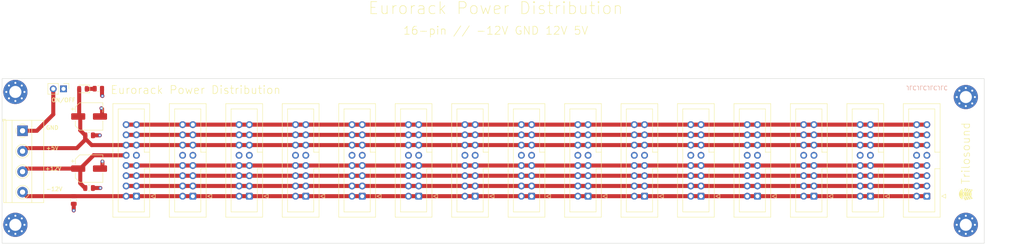
<source format=kicad_pcb>
(kicad_pcb (version 20211014) (generator pcbnew)
  (layers (0 "F.Cu" signal) (31 "B.Cu" signal) (34 "B.Paste" user) (35 "F.Paste" user) (36 "B.SilkS" user "B.Silkscreen") (37 "F.SilkS" user "F.Silkscreen") (38 "B.Mask" user) (39 "F.Mask" user) (44 "Edge.Cuts" user))
  (net 0 "")
  (net 1 "+12V")
  (net 2 "GND")
  (net 3 "+5V")
  (net 4 "-12V")
  (net 5 "Net-(D1-Pad1)")
  (net 6 "CV")
  (net 7 "GATE")
  (net 8 "Net-(J13-Pad1)")
  (footprint "MountingHole:MountingHole_3mm_Pad_Via" (layer "F.Cu") (at 264.16 57.404)
    (fp_text reference "REF**" hide)
    (fp_text value "MountingHole_3mm_Pad_Via" hide)
    (pad "1" thru_hole circle locked (at 1.59099 1.59099) (size 0.8 0.8) (drill 0.5) (layers *.Cu *.Mask))
    (pad "1" thru_hole circle locked (at 0 0) (size 6 6) (drill 3) (layers *.Cu *.Mask))
    (pad "1" thru_hole circle locked (at 0 2.25) (size 0.8 0.8) (drill 0.5) (layers *.Cu *.Mask))
    (pad "1" thru_hole circle locked (at -1.59099 1.59099) (size 0.8 0.8) (drill 0.5) (layers *.Cu *.Mask))
    (pad "1" thru_hole circle locked (at 2.25 0) (size 0.8 0.8) (drill 0.5) (layers *.Cu *.Mask))
    (pad "1" thru_hole circle locked (at 1.59099 -1.59099) (size 0.8 0.8) (drill 0.5) (layers *.Cu *.Mask))
    (pad "1" thru_hole circle locked (at -2.25 0) (size 0.8 0.8) (drill 0.5) (layers *.Cu *.Mask))
    (pad "1" thru_hole circle locked (at -1.59099 -1.59099) (size 0.8 0.8) (drill 0.5) (layers *.Cu *.Mask))
    (pad "1" thru_hole circle locked (at 0 -2.25) (size 0.8 0.8) (drill 0.5) (layers *.Cu *.Mask))
  )
  (footprint "Connector_IDC:IDC-Header_2x08_P2.54mm_Vertical" (layer "F.Cu") (at 114.473856 82.042 180)
    (fp_text reference "J1" hide)
    (fp_text value "Conn_02x20_Odd_Even" hide)
    (pad "1" thru_hole roundrect locked (at 0 0 180) (size 1.7 1.7) (drill 1) (layers *.Cu *.Mask) (roundrect_rratio 0.1470588235) (net 4 "-12V"))
    (pad "2" thru_hole circle locked (at 2.54 0 180) (size 1.7 1.7) (drill 1) (layers *.Cu *.Mask) (net 4 "-12V"))
    (pad "3" thru_hole circle locked (at 0 2.54 180) (size 1.7 1.7) (drill 1) (layers *.Cu *.Mask) (net 2 "GND"))
    (pad "4" thru_hole circle locked (at 2.54 2.54 180) (size 1.7 1.7) (drill 1) (layers *.Cu *.Mask) (net 2 "GND"))
    (pad "5" thru_hole circle locked (at 0 5.08 180) (size 1.7 1.7) (drill 1) (layers *.Cu *.Mask) (net 2 "GND"))
    (pad "6" thru_hole circle locked (at 2.54 5.08 180) (size 1.7 1.7) (drill 1) (layers *.Cu *.Mask) (net 2 "GND"))
    (pad "7" thru_hole circle locked (at 0 7.62 180) (size 1.7 1.7) (drill 1) (layers *.Cu *.Mask) (net 2 "GND"))
    (pad "8" thru_hole circle locked (at 2.54 7.62 180) (size 1.7 1.7) (drill 1) (layers *.Cu *.Mask) (net 2 "GND"))
    (pad "9" thru_hole circle locked (at 0 10.16 180) (size 1.7 1.7) (drill 1) (layers *.Cu *.Mask) (net 1 "+12V"))
    (pad "10" thru_hole circle locked (at 2.54 10.16 180) (size 1.7 1.7) (drill 1) (layers *.Cu *.Mask) (net 1 "+12V"))
    (pad "11" thru_hole circle locked (at 0 12.7 180) (size 1.7 1.7) (drill 1) (layers *.Cu *.Mask) (net 3 "+5V"))
    (pad "12" thru_hole circle locked (at 2.54 12.7 180) (size 1.7 1.7) (drill 1) (layers *.Cu *.Mask) (net 3 "+5V"))
    (pad "13" thru_hole circle locked (at 0 15.24 180) (size 1.7 1.7) (drill 1) (layers *.Cu *.Mask) (net 6 "CV"))
    (pad "14" thru_hole circle locked (at 2.54 15.24 180) (size 1.7 1.7) (drill 1) (layers *.Cu *.Mask) (net 6 "CV"))
    (pad "15" thru_hole circle locked (at 0 17.78 180) (size 1.7 1.7) (drill 1) (layers *.Cu *.Mask) (net 7 "GATE"))
    (pad "16" thru_hole circle locked (at 2.54 17.78 180) (size 1.7 1.7) (drill 1) (layers *.Cu *.Mask) (net 7 "GATE"))
  )
  (footprint "Connector_IDC:IDC-Header_2x08_P2.54mm_Vertical" (layer "F.Cu") (at 240.496032 82.042 180)
    (fp_text reference "J5" hide)
    (fp_text value "Conn_02x20_Odd_Even" hide)
    (pad "1" thru_hole roundrect locked (at 0 0 180) (size 1.7 1.7) (drill 1) (layers *.Cu *.Mask) (roundrect_rratio 0.1470588235) (net 4 "-12V"))
    (pad "2" thru_hole circle locked (at 2.54 0 180) (size 1.7 1.7) (drill 1) (layers *.Cu *.Mask) (net 4 "-12V"))
    (pad "3" thru_hole circle locked (at 0 2.54 180) (size 1.7 1.7) (drill 1) (layers *.Cu *.Mask) (net 2 "GND"))
    (pad "4" thru_hole circle locked (at 2.54 2.54 180) (size 1.7 1.7) (drill 1) (layers *.Cu *.Mask) (net 2 "GND"))
    (pad "5" thru_hole circle locked (at 0 5.08 180) (size 1.7 1.7) (drill 1) (layers *.Cu *.Mask) (net 2 "GND"))
    (pad "6" thru_hole circle locked (at 2.54 5.08 180) (size 1.7 1.7) (drill 1) (layers *.Cu *.Mask) (net 2 "GND"))
    (pad "7" thru_hole circle locked (at 0 7.62 180) (size 1.7 1.7) (drill 1) (layers *.Cu *.Mask) (net 2 "GND"))
    (pad "8" thru_hole circle locked (at 2.54 7.62 180) (size 1.7 1.7) (drill 1) (layers *.Cu *.Mask) (net 2 "GND"))
    (pad "9" thru_hole circle locked (at 0 10.16 180) (size 1.7 1.7) (drill 1) (layers *.Cu *.Mask) (net 1 "+12V"))
    (pad "10" thru_hole circle locked (at 2.54 10.16 180) (size 1.7 1.7) (drill 1) (layers *.Cu *.Mask) (net 1 "+12V"))
    (pad "11" thru_hole circle locked (at 0 12.7 180) (size 1.7 1.7) (drill 1) (layers *.Cu *.Mask) (net 3 "+5V"))
    (pad "12" thru_hole circle locked (at 2.54 12.7 180) (size 1.7 1.7) (drill 1) (layers *.Cu *.Mask) (net 3 "+5V"))
    (pad "13" thru_hole circle locked (at 0 15.24 180) (size 1.7 1.7) (drill 1) (layers *.Cu *.Mask) (net 6 "CV"))
    (pad "14" thru_hole circle locked (at 2.54 15.24 180) (size 1.7 1.7) (drill 1) (layers *.Cu *.Mask) (net 6 "CV"))
    (pad "15" thru_hole circle locked (at 0 17.78 180) (size 1.7 1.7) (drill 1) (layers *.Cu *.Mask) (net 7 "GATE"))
    (pad "16" thru_hole circle locked (at 2.54 17.78 180) (size 1.7 1.7) (drill 1) (layers *.Cu *.Mask) (net 7 "GATE"))
  )
  (footprint "Stephenv6:trilobyte-logo-tiny" (layer "F.Cu") (at 258.194558 81.544001 90)
    (fp_text reference "REF**" hide)
    (fp_text value "trilobyte-logo-tiny" hide)
  )
  (footprint "Connector_IDC:IDC-Header_2x08_P2.54mm_Vertical" (layer "F.Cu") (at 226.493568 82.042 180)
    (fp_text reference "J8" hide)
    (fp_text value "Conn_02x20_Odd_Even" hide)
    (pad "1" thru_hole roundrect locked (at 0 0 180) (size 1.7 1.7) (drill 1) (layers *.Cu *.Mask) (roundrect_rratio 0.1470588235) (net 4 "-12V"))
    (pad "2" thru_hole circle locked (at 2.54 0 180) (size 1.7 1.7) (drill 1) (layers *.Cu *.Mask) (net 4 "-12V"))
    (pad "3" thru_hole circle locked (at 0 2.54 180) (size 1.7 1.7) (drill 1) (layers *.Cu *.Mask) (net 2 "GND"))
    (pad "4" thru_hole circle locked (at 2.54 2.54 180) (size 1.7 1.7) (drill 1) (layers *.Cu *.Mask) (net 2 "GND"))
    (pad "5" thru_hole circle locked (at 0 5.08 180) (size 1.7 1.7) (drill 1) (layers *.Cu *.Mask) (net 2 "GND"))
    (pad "6" thru_hole circle locked (at 2.54 5.08 180) (size 1.7 1.7) (drill 1) (layers *.Cu *.Mask) (net 2 "GND"))
    (pad "7" thru_hole circle locked (at 0 7.62 180) (size 1.7 1.7) (drill 1) (layers *.Cu *.Mask) (net 2 "GND"))
    (pad "8" thru_hole circle locked (at 2.54 7.62 180) (size 1.7 1.7) (drill 1) (layers *.Cu *.Mask) (net 2 "GND"))
    (pad "9" thru_hole circle locked (at 0 10.16 180) (size 1.7 1.7) (drill 1) (layers *.Cu *.Mask) (net 1 "+12V"))
    (pad "10" thru_hole circle locked (at 2.54 10.16 180) (size 1.7 1.7) (drill 1) (layers *.Cu *.Mask) (net 1 "+12V"))
    (pad "11" thru_hole circle locked (at 0 12.7 180) (size 1.7 1.7) (drill 1) (layers *.Cu *.Mask) (net 3 "+5V"))
    (pad "12" thru_hole circle locked (at 2.54 12.7 180) (size 1.7 1.7) (drill 1) (layers *.Cu *.Mask) (net 3 "+5V"))
    (pad "13" thru_hole circle locked (at 0 15.24 180) (size 1.7 1.7) (drill 1) (layers *.Cu *.Mask) (net 6 "CV"))
    (pad "14" thru_hole circle locked (at 2.54 15.24 180) (size 1.7 1.7) (drill 1) (layers *.Cu *.Mask) (net 6 "CV"))
    (pad "15" thru_hole circle locked (at 0 17.78 180) (size 1.7 1.7) (drill 1) (layers *.Cu *.Mask) (net 7 "GATE"))
    (pad "16" thru_hole circle locked (at 2.54 17.78 180) (size 1.7 1.7) (drill 1) (layers *.Cu *.Mask) (net 7 "GATE"))
  )
  (footprint "Capacitor_SMD:CP_Elec_6.3x7.7" (layer "F.Cu") (at 46.736 62.23)
    (fp_text reference "C6" hide)
    (fp_text value "C_Polarized_Small_US" hide)
    (pad "1" smd roundrect locked (at -2.7 0) (size 3.5 1.6) (layers "F.Cu" "F.Paste" "F.Mask") (roundrect_rratio 0.15625) (net 3 "+5V"))
    (pad "2" smd roundrect locked (at 2.7 0) (size 3.5 1.6) (layers "F.Cu" "F.Paste" "F.Mask") (roundrect_rratio 0.15625) (net 2 "GND"))
  )
  (footprint "TerminalBlock_Phoenix:TerminalBlock_Phoenix_MKDS-1,5-4-5.08_1x04_P5.08mm_Horizontal" (layer "F.Cu") (at 30.226 65.786 -90)
    (fp_text reference "J13" hide)
    (fp_text value "Screw_Terminal_01x04" hide)
    (pad "1" thru_hole rect locked (at 0 0 270) (size 2.6 2.6) (drill 1.3) (layers *.Cu *.Mask) (net 8 "Net-(J13-Pad1)"))
    (pad "2" thru_hole circle locked (at 5.08 0 270) (size 2.6 2.6) (drill 1.3) (layers *.Cu *.Mask) (net 3 "+5V"))
    (pad "3" thru_hole circle locked (at 10.16 0 270) (size 2.6 2.6) (drill 1.3) (layers *.Cu *.Mask) (net 1 "+12V"))
    (pad "4" thru_hole circle locked (at 15.24 0 270) (size 2.6 2.6) (drill 1.3) (layers *.Cu *.Mask) (net 4 "-12V"))
  )
  (footprint "Connector_IDC:IDC-Header_2x08_P2.54mm_Vertical" (layer "F.Cu") (at 72.466464 82.042 180)
    (fp_text reference "J3" hide)
    (fp_text value "Conn_02x20_Odd_Even" hide)
    (pad "1" thru_hole roundrect locked (at 0 0 180) (size 1.7 1.7) (drill 1) (layers *.Cu *.Mask) (roundrect_rratio 0.1470588235) (net 4 "-12V"))
    (pad "2" thru_hole circle locked (at 2.54 0 180) (size 1.7 1.7) (drill 1) (layers *.Cu *.Mask) (net 4 "-12V"))
    (pad "3" thru_hole circle locked (at 0 2.54 180) (size 1.7 1.7) (drill 1) (layers *.Cu *.Mask) (net 2 "GND"))
    (pad "4" thru_hole circle locked (at 2.54 2.54 180) (size 1.7 1.7) (drill 1) (layers *.Cu *.Mask) (net 2 "GND"))
    (pad "5" thru_hole circle locked (at 0 5.08 180) (size 1.7 1.7) (drill 1) (layers *.Cu *.Mask) (net 2 "GND"))
    (pad "6" thru_hole circle locked (at 2.54 5.08 180) (size 1.7 1.7) (drill 1) (layers *.Cu *.Mask) (net 2 "GND"))
    (pad "7" thru_hole circle locked (at 0 7.62 180) (size 1.7 1.7) (drill 1) (layers *.Cu *.Mask) (net 2 "GND"))
    (pad "8" thru_hole circle locked (at 2.54 7.62 180) (size 1.7 1.7) (drill 1) (layers *.Cu *.Mask) (net 2 "GND"))
    (pad "9" thru_hole circle locked (at 0 10.16 180) (size 1.7 1.7) (drill 1) (layers *.Cu *.Mask) (net 1 "+12V"))
    (pad "10" thru_hole circle locked (at 2.54 10.16 180) (size 1.7 1.7) (drill 1) (layers *.Cu *.Mask) (net 1 "+12V"))
    (pad "11" thru_hole circle locked (at 0 12.7 180) (size 1.7 1.7) (drill 1) (layers *.Cu *.Mask) (net 3 "+5V"))
    (pad "12" thru_hole circle locked (at 2.54 12.7 180) (size 1.7 1.7) (drill 1) (layers *.Cu *.Mask) (net 3 "+5V"))
    (pad "13" thru_hole circle locked (at 0 15.24 180) (size 1.7 1.7) (drill 1) (layers *.Cu *.Mask) (net 6 "CV"))
    (pad "14" thru_hole circle locked (at 2.54 15.24 180) (size 1.7 1.7) (drill 1) (layers *.Cu *.Mask) (net 6 "CV"))
    (pad "15" thru_hole circle locked (at 0 17.78 180) (size 1.7 1.7) (drill 1) (layers *.Cu *.Mask) (net 7 "GATE"))
    (pad "16" thru_hole circle locked (at 2.54 17.78 180) (size 1.7 1.7) (drill 1) (layers *.Cu *.Mask) (net 7 "GATE"))
  )
  (footprint "MountingHole:MountingHole_3mm_Pad_Via" (layer "F.Cu") (at 264.16 89.154)
    (fp_text reference "REF**" hide)
    (fp_text value "MountingHole_3mm_Pad_Via" hide)
    (pad "1" thru_hole circle locked (at 0 2.25) (size 0.8 0.8) (drill 0.5) (layers *.Cu *.Mask))
    (pad "1" thru_hole circle locked (at 0 -2.25) (size 0.8 0.8) (drill 0.5) (layers *.Cu *.Mask))
    (pad "1" thru_hole circle locked (at -1.59099 1.59099) (size 0.8 0.8) (drill 0.5) (layers *.Cu *.Mask))
    (pad "1" thru_hole circle locked (at 1.59099 -1.59099) (size 0.8 0.8) (drill 0.5) (layers *.Cu *.Mask))
    (pad "1" thru_hole circle locked (at -1.59099 -1.59099) (size 0.8 0.8) (drill 0.5) (layers *.Cu *.Mask))
    (pad "1" thru_hole circle locked (at 1.59099 1.59099) (size 0.8 0.8) (drill 0.5) (layers *.Cu *.Mask))
    (pad "1" thru_hole circle locked (at 2.25 0) (size 0.8 0.8) (drill 0.5) (layers *.Cu *.Mask))
    (pad "1" thru_hole circle locked (at 0 0) (size 6 6) (drill 3) (layers *.Cu *.Mask))
    (pad "1" thru_hole circle locked (at -2.25 0) (size 0.8 0.8) (drill 0.5) (layers *.Cu *.Mask))
  )
  (footprint "Capacitor_SMD:C_0805_2012Metric" (layer "F.Cu") (at 46.736 66.924)
    (fp_text reference "C5" hide)
    (fp_text value "C" hide)
    (pad "1" smd roundrect locked (at -0.95 0) (size 1 1.45) (layers "F.Cu" "F.Paste" "F.Mask") (net 3 "+5V"))
    (pad "2" smd roundrect locked (at 0.95 0) (size 1 1.45) (layers "F.Cu" "F.Paste" "F.Mask") (net 2 "GND"))
  )
  (footprint "Connector_IDC:IDC-Header_2x08_P2.54mm_Vertical" (layer "F.Cu") (at 198.48864 82.042 180)
    (fp_text reference "J15" hide)
    (fp_text value "Conn_02x20_Odd_Even" hide)
    (pad "1" thru_hole roundrect locked (at 0 0 180) (size 1.7 1.7) (drill 1) (layers *.Cu *.Mask) (roundrect_rratio 0.1470588235) (net 4 "-12V"))
    (pad "2" thru_hole circle locked (at 2.54 0 180) (size 1.7 1.7) (drill 1) (layers *.Cu *.Mask) (net 4 "-12V"))
    (pad "3" thru_hole circle locked (at 0 2.54 180) (size 1.7 1.7) (drill 1) (layers *.Cu *.Mask) (net 2 "GND"))
    (pad "4" thru_hole circle locked (at 2.54 2.54 180) (size 1.7 1.7) (drill 1) (layers *.Cu *.Mask) (net 2 "GND"))
    (pad "5" thru_hole circle locked (at 0 5.08 180) (size 1.7 1.7) (drill 1) (layers *.Cu *.Mask) (net 2 "GND"))
    (pad "6" thru_hole circle locked (at 2.54 5.08 180) (size 1.7 1.7) (drill 1) (layers *.Cu *.Mask) (net 2 "GND"))
    (pad "7" thru_hole circle locked (at 0 7.62 180) (size 1.7 1.7) (drill 1) (layers *.Cu *.Mask) (net 2 "GND"))
    (pad "8" thru_hole circle locked (at 2.54 7.62 180) (size 1.7 1.7) (drill 1) (layers *.Cu *.Mask) (net 2 "GND"))
    (pad "9" thru_hole circle locked (at 0 10.16 180) (size 1.7 1.7) (drill 1) (layers *.Cu *.Mask) (net 1 "+12V"))
    (pad "10" thru_hole circle locked (at 2.54 10.16 180) (size 1.7 1.7) (drill 1) (layers *.Cu *.Mask) (net 1 "+12V"))
    (pad "11" thru_hole circle locked (at 0 12.7 180) (size 1.7 1.7) (drill 1) (layers *.Cu *.Mask) (net 3 "+5V"))
    (pad "12" thru_hole circle locked (at 2.54 12.7 180) (size 1.7 1.7) (drill 1) (layers *.Cu *.Mask) (net 3 "+5V"))
    (pad "13" thru_hole circle locked (at 0 15.24 180) (size 1.7 1.7) (drill 1) (layers *.Cu *.Mask) (net 6 "CV"))
    (pad "14" thru_hole circle locked (at 2.54 15.24 180) (size 1.7 1.7) (drill 1) (layers *.Cu *.Mask) (net 6 "CV"))
    (pad "15" thru_hole circle locked (at 0 17.78 180) (size 1.7 1.7) (drill 1) (layers *.Cu *.Mask) (net 7 "GATE"))
    (pad "16" thru_hole circle locked (at 2.54 17.78 180) (size 1.7 1.7) (drill 1) (layers *.Cu *.Mask) (net 7 "GATE"))
  )
  (footprint "Connector_PinHeader_2.54mm:PinHeader_1x02_P2.54mm_Vertical" (layer "F.Cu") (at 40.386 55.372 -90)
    (fp_text reference "SW1" hide)
    (fp_text value "SW_SPST" hide)
    (pad "1" thru_hole rect locked (at 0 0 270) (size 1.7 1.7) (drill 1) (layers *.Cu *.Mask) (net 2 "GND"))
    (pad "2" thru_hole oval locked (at 0 2.54 270) (size 1.7 1.7) (drill 1) (layers *.Cu *.Mask) (net 8 "Net-(J13-Pad1)"))
  )
  (footprint "Connector_IDC:IDC-Header_2x08_P2.54mm_Vertical" (layer "F.Cu") (at 184.486176 82.042 180)
    (fp_text reference "J4" hide)
    (fp_text value "Conn_02x20_Odd_Even" hide)
    (pad "1" thru_hole roundrect locked (at 0 0 180) (size 1.7 1.7) (drill 1) (layers *.Cu *.Mask) (roundrect_rratio 0.1470588235) (net 4 "-12V"))
    (pad "2" thru_hole circle locked (at 2.54 0 180) (size 1.7 1.7) (drill 1) (layers *.Cu *.Mask) (net 4 "-12V"))
    (pad "3" thru_hole circle locked (at 0 2.54 180) (size 1.7 1.7) (drill 1) (layers *.Cu *.Mask) (net 2 "GND"))
    (pad "4" thru_hole circle locked (at 2.54 2.54 180) (size 1.7 1.7) (drill 1) (layers *.Cu *.Mask) (net 2 "GND"))
    (pad "5" thru_hole circle locked (at 0 5.08 180) (size 1.7 1.7) (drill 1) (layers *.Cu *.Mask) (net 2 "GND"))
    (pad "6" thru_hole circle locked (at 2.54 5.08 180) (size 1.7 1.7) (drill 1) (layers *.Cu *.Mask) (net 2 "GND"))
    (pad "7" thru_hole circle locked (at 0 7.62 180) (size 1.7 1.7) (drill 1) (layers *.Cu *.Mask) (net 2 "GND"))
    (pad "8" thru_hole circle locked (at 2.54 7.62 180) (size 1.7 1.7) (drill 1) (layers *.Cu *.Mask) (net 2 "GND"))
    (pad "9" thru_hole circle locked (at 0 10.16 180) (size 1.7 1.7) (drill 1) (layers *.Cu *.Mask) (net 1 "+12V"))
    (pad "10" thru_hole circle locked (at 2.54 10.16 180) (size 1.7 1.7) (drill 1) (layers *.Cu *.Mask) (net 1 "+12V"))
    (pad "11" thru_hole circle locked (at 0 12.7 180) (size 1.7 1.7) (drill 1) (layers *.Cu *.Mask) (net 3 "+5V"))
    (pad "12" thru_hole circle locked (at 2.54 12.7 180) (size 1.7 1.7) (drill 1) (layers *.Cu *.Mask) (net 3 "+5V"))
    (pad "13" thru_hole circle locked (at 0 15.24 180) (size 1.7 1.7) (drill 1) (layers *.Cu *.Mask) (net 6 "CV"))
    (pad "14" thru_hole circle locked (at 2.54 15.24 180) (size 1.7 1.7) (drill 1) (layers *.Cu *.Mask) (net 6 "CV"))
    (pad "15" thru_hole circle locked (at 0 17.78 180) (size 1.7 1.7) (drill 1) (layers *.Cu *.Mask) (net 7 "GATE"))
    (pad "16" thru_hole circle locked (at 2.54 17.78 180) (size 1.7 1.7) (drill 1) (layers *.Cu *.Mask) (net 7 "GATE"))
  )
  (footprint "Connector_IDC:IDC-Header_2x08_P2.54mm_Vertical" (layer "F.Cu") (at 212.491104 82.042 180)
    (fp_text reference "J2" hide)
    (fp_text value "Conn_02x20_Odd_Even" hide)
    (pad "1" thru_hole roundrect locked (at 0 0 180) (size 1.7 1.7) (drill 1) (layers *.Cu *.Mask) (roundrect_rratio 0.1470588235) (net 4 "-12V"))
    (pad "2" thru_hole circle locked (at 2.54 0 180) (size 1.7 1.7) (drill 1) (layers *.Cu *.Mask) (net 4 "-12V"))
    (pad "3" thru_hole circle locked (at 0 2.54 180) (size 1.7 1.7) (drill 1) (layers *.Cu *.Mask) (net 2 "GND"))
    (pad "4" thru_hole circle locked (at 2.54 2.54 180) (size 1.7 1.7) (drill 1) (layers *.Cu *.Mask) (net 2 "GND"))
    (pad "5" thru_hole circle locked (at 0 5.08 180) (size 1.7 1.7) (drill 1) (layers *.Cu *.Mask) (net 2 "GND"))
    (pad "6" thru_hole circle locked (at 2.54 5.08 180) (size 1.7 1.7) (drill 1) (layers *.Cu *.Mask) (net 2 "GND"))
    (pad "7" thru_hole circle locked (at 0 7.62 180) (size 1.7 1.7) (drill 1) (layers *.Cu *.Mask) (net 2 "GND"))
    (pad "8" thru_hole circle locked (at 2.54 7.62 180) (size 1.7 1.7) (drill 1) (layers *.Cu *.Mask) (net 2 "GND"))
    (pad "9" thru_hole circle locked (at 0 10.16 180) (size 1.7 1.7) (drill 1) (layers *.Cu *.Mask) (net 1 "+12V"))
    (pad "10" thru_hole circle locked (at 2.54 10.16 180) (size 1.7 1.7) (drill 1) (layers *.Cu *.Mask) (net 1 "+12V"))
    (pad "11" thru_hole circle locked (at 0 12.7 180) (size 1.7 1.7) (drill 1) (layers *.Cu *.Mask) (net 3 "+5V"))
    (pad "12" thru_hole circle locked (at 2.54 12.7 180) (size 1.7 1.7) (drill 1) (layers *.Cu *.Mask) (net 3 "+5V"))
    (pad "13" thru_hole circle locked (at 0 15.24 180) (size 1.7 1.7) (drill 1) (layers *.Cu *.Mask) (net 6 "CV"))
    (pad "14" thru_hole circle locked (at 2.54 15.24 180) (size 1.7 1.7) (drill 1) (layers *.Cu *.Mask) (net 6 "CV"))
    (pad "15" thru_hole circle locked (at 0 17.78 180) (size 1.7 1.7) (drill 1) (layers *.Cu *.Mask) (net 7 "GATE"))
    (pad "16" thru_hole circle locked (at 2.54 17.78 180) (size 1.7 1.7) (drill 1) (layers *.Cu *.Mask) (net 7 "GATE"))
  )
  (footprint "Connector_IDC:IDC-Header_2x08_P2.54mm_Vertical" (layer "F.Cu") (at 142.478784 82.042 180)
    (fp_text reference "J12" hide)
    (fp_text value "Conn_02x20_Odd_Even" hide)
    (pad "1" thru_hole roundrect locked (at 0 0 180) (size 1.7 1.7) (drill 1) (layers *.Cu *.Mask) (roundrect_rratio 0.1470588235) (net 4 "-12V"))
    (pad "2" thru_hole circle locked (at 2.54 0 180) (size 1.7 1.7) (drill 1) (layers *.Cu *.Mask) (net 4 "-12V"))
    (pad "3" thru_hole circle locked (at 0 2.54 180) (size 1.7 1.7) (drill 1) (layers *.Cu *.Mask) (net 2 "GND"))
    (pad "4" thru_hole circle locked (at 2.54 2.54 180) (size 1.7 1.7) (drill 1) (layers *.Cu *.Mask) (net 2 "GND"))
    (pad "5" thru_hole circle locked (at 0 5.08 180) (size 1.7 1.7) (drill 1) (layers *.Cu *.Mask) (net 2 "GND"))
    (pad "6" thru_hole circle locked (at 2.54 5.08 180) (size 1.7 1.7) (drill 1) (layers *.Cu *.Mask) (net 2 "GND"))
    (pad "7" thru_hole circle locked (at 0 7.62 180) (size 1.7 1.7) (drill 1) (layers *.Cu *.Mask) (net 2 "GND"))
    (pad "8" thru_hole circle locked (at 2.54 7.62 180) (size 1.7 1.7) (drill 1) (layers *.Cu *.Mask) (net 2 "GND"))
    (pad "9" thru_hole circle locked (at 0 10.16 180) (size 1.7 1.7) (drill 1) (layers *.Cu *.Mask) (net 1 "+12V"))
    (pad "10" thru_hole circle locked (at 2.54 10.16 180) (size 1.7 1.7) (drill 1) (layers *.Cu *.Mask) (net 1 "+12V"))
    (pad "11" thru_hole circle locked (at 0 12.7 180) (size 1.7 1.7) (drill 1) (layers *.Cu *.Mask) (net 3 "+5V"))
    (pad "12" thru_hole circle locked (at 2.54 12.7 180) (size 1.7 1.7) (drill 1) (layers *.Cu *.Mask) (net 3 "+5V"))
    (pad "13" thru_hole circle locked (at 0 15.24 180) (size 1.7 1.7) (drill 1) (layers *.Cu *.Mask) (net 6 "CV"))
    (pad "14" thru_hole circle locked (at 2.54 15.24 180) (size 1.7 1.7) (drill 1) (layers *.Cu *.Mask) (net 6 "CV"))
    (pad "15" thru_hole circle locked (at 0 17.78 180) (size 1.7 1.7) (drill 1) (layers *.Cu *.Mask) (net 7 "GATE"))
    (pad "16" thru_hole circle locked (at 2.54 17.78 180) (size 1.7 1.7) (drill 1) (layers *.Cu *.Mask) (net 7 "GATE"))
  )
  (footprint "Connector_IDC:IDC-Header_2x08_P2.54mm_Vertical" (layer "F.Cu") (at 100.471392 82.042 180)
    (fp_text reference "J14" hide)
    (fp_text value "Conn_02x20_Odd_Even" hide)
    (pad "1" thru_hole roundrect locked (at 0 0 180) (size 1.7 1.7) (drill 1) (layers *.Cu *.Mask) (roundrect_rratio 0.1470588235) (net 4 "-12V"))
    (pad "2" thru_hole circle locked (at 2.54 0 180) (size 1.7 1.7) (drill 1) (layers *.Cu *.Mask) (net 4 "-12V"))
    (pad "3" thru_hole circle locked (at 0 2.54 180) (size 1.7 1.7) (drill 1) (layers *.Cu *.Mask) (net 2 "GND"))
    (pad "4" thru_hole circle locked (at 2.54 2.54 180) (size 1.7 1.7) (drill 1) (layers *.Cu *.Mask) (net 2 "GND"))
    (pad "5" thru_hole circle locked (at 0 5.08 180) (size 1.7 1.7) (drill 1) (layers *.Cu *.Mask) (net 2 "GND"))
    (pad "6" thru_hole circle locked (at 2.54 5.08 180) (size 1.7 1.7) (drill 1) (layers *.Cu *.Mask) (net 2 "GND"))
    (pad "7" thru_hole circle locked (at 0 7.62 180) (size 1.7 1.7) (drill 1) (layers *.Cu *.Mask) (net 2 "GND"))
    (pad "8" thru_hole circle locked (at 2.54 7.62 180) (size 1.7 1.7) (drill 1) (layers *.Cu *.Mask) (net 2 "GND"))
    (pad "9" thru_hole circle locked (at 0 10.16 180) (size 1.7 1.7) (drill 1) (layers *.Cu *.Mask) (net 1 "+12V"))
    (pad "10" thru_hole circle locked (at 2.54 10.16 180) (size 1.7 1.7) (drill 1) (layers *.Cu *.Mask) (net 1 "+12V"))
    (pad "11" thru_hole circle locked (at 0 12.7 180) (size 1.7 1.7) (drill 1) (layers *.Cu *.Mask) (net 3 "+5V"))
    (pad "12" thru_hole circle locked (at 2.54 12.7 180) (size 1.7 1.7) (drill 1) (layers *.Cu *.Mask) (net 3 "+5V"))
    (pad "13" thru_hole circle locked (at 0 15.24 180) (size 1.7 1.7) (drill 1) (layers *.Cu *.Mask) (net 6 "CV"))
    (pad "14" thru_hole circle locked (at 2.54 15.24 180) (size 1.7 1.7) (drill 1) (layers *.Cu *.Mask) (net 6 "CV"))
    (pad "15" thru_hole circle locked (at 0 17.78 180) (size 1.7 1.7) (drill 1) (layers *.Cu *.Mask) (net 7 "GATE"))
    (pad "16" thru_hole circle locked (at 2.54 17.78 180) (size 1.7 1.7) (drill 1) (layers *.Cu *.Mask) (net 7 "GATE"))
  )
  (footprint "Capacitor_SMD:CP_Elec_6.3x7.7" (layer "F.Cu") (at 46.736 75.184)
    (fp_text reference "C2" hide)
    (fp_text value "C_Polarized_Small_US" hide)
    (pad "1" smd roundrect locked (at -2.7 0) (size 3.5 1.6) (layers "F.Cu" "F.Paste" "F.Mask") (roundrect_rratio 0.15625) (net 1 "+12V"))
    (pad "2" smd roundrect locked (at 2.7 0) (size 3.5 1.6) (layers "F.Cu" "F.Paste" "F.Mask") (roundrect_rratio 0.15625) (net 2 "GND"))
  )
  (footprint "MountingHole:MountingHole_3mm_Pad_Via" (layer "F.Cu") (at 28.448 89.154)
    (fp_text reference "REF**" hide)
    (fp_text value "MountingHole_3mm_Pad_Via" hide)
    (pad "1" thru_hole circle locked (at -2.25 0) (size 0.8 0.8) (drill 0.5) (layers *.Cu *.Mask))
    (pad "1" thru_hole circle locked (at 0 -2.25) (size 0.8 0.8) (drill 0.5) (layers *.Cu *.Mask))
    (pad "1" thru_hole circle locked (at 0 0) (size 6 6) (drill 3) (layers *.Cu *.Mask))
    (pad "1" thru_hole circle locked (at 0 2.25) (size 0.8 0.8) (drill 0.5) (layers *.Cu *.Mask))
    (pad "1" thru_hole circle locked (at -1.59099 1.59099) (size 0.8 0.8) (drill 0.5) (layers *.Cu *.Mask))
    (pad "1" thru_hole circle locked (at 1.59099 1.59099) (size 0.8 0.8) (drill 0.5) (layers *.Cu *.Mask))
    (pad "1" thru_hole circle locked (at 2.25 0) (size 0.8 0.8) (drill 0.5) (layers *.Cu *.Mask))
    (pad "1" thru_hole circle locked (at -1.59099 -1.59099) (size 0.8 0.8) (drill 0.5) (layers *.Cu *.Mask))
    (pad "1" thru_hole circle locked (at 1.59099 -1.59099) (size 0.8 0.8) (drill 0.5) (layers *.Cu *.Mask))
  )
  (footprint "Capacitor_SMD:C_0805_2012Metric" (layer "F.Cu") (at 42.926 82.992 -90)
    (fp_text reference "C3" hide)
    (fp_text value "C" hide)
    (pad "1" smd roundrect locked (at -0.95 0 270) (size 1 1.45) (layers "F.Cu" "F.Paste" "F.Mask") (net 4 "-12V"))
    (pad "2" smd roundrect locked (at 0.95 0 270) (size 1 1.45) (layers "F.Cu" "F.Paste" "F.Mask") (net 2 "GND"))
  )
  (footprint "Connector_IDC:IDC-Header_2x08_P2.54mm_Vertical" (layer "F.Cu") (at 128.47632 82.042 180)
    (fp_text reference "J11" hide)
    (fp_text value "Conn_02x20_Odd_Even" hide)
    (pad "1" thru_hole roundrect locked (at 0 0 180) (size 1.7 1.7) (drill 1) (layers *.Cu *.Mask) (roundrect_rratio 0.1470588235) (net 4 "-12V"))
    (pad "2" thru_hole circle locked (at 2.54 0 180) (size 1.7 1.7) (drill 1) (layers *.Cu *.Mask) (net 4 "-12V"))
    (pad "3" thru_hole circle locked (at 0 2.54 180) (size 1.7 1.7) (drill 1) (layers *.Cu *.Mask) (net 2 "GND"))
    (pad "4" thru_hole circle locked (at 2.54 2.54 180) (size 1.7 1.7) (drill 1) (layers *.Cu *.Mask) (net 2 "GND"))
    (pad "5" thru_hole circle locked (at 0 5.08 180) (size 1.7 1.7) (drill 1) (layers *.Cu *.Mask) (net 2 "GND"))
    (pad "6" thru_hole circle locked (at 2.54 5.08 180) (size 1.7 1.7) (drill 1) (layers *.Cu *.Mask) (net 2 "GND"))
    (pad "7" thru_hole circle locked (at 0 7.62 180) (size 1.7 1.7) (drill 1) (layers *.Cu *.Mask) (net 2 "GND"))
    (pad "8" thru_hole circle locked (at 2.54 7.62 180) (size 1.7 1.7) (drill 1) (layers *.Cu *.Mask) (net 2 "GND"))
    (pad "9" thru_hole circle locked (at 0 10.16 180) (size 1.7 1.7) (drill 1) (layers *.Cu *.Mask) (net 1 "+12V"))
    (pad "10" thru_hole circle locked (at 2.54 10.16 180) (size 1.7 1.7) (drill 1) (layers *.Cu *.Mask) (net 1 "+12V"))
    (pad "11" thru_hole circle locked (at 0 12.7 180) (size 1.7 1.7) (drill 1) (layers *.Cu *.Mask) (net 3 "+5V"))
    (pad "12" thru_hole circle locked (at 2.54 12.7 180) (size 1.7 1.7) (drill 1) (layers *.Cu *.Mask) (net 3 "+5V"))
    (pad "13" thru_hole circle locked (at 0 15.24 180) (size 1.7 1.7) (drill 1) (layers *.Cu *.Mask) (net 6 "CV"))
    (pad "14" thru_hole circle locked (at 2.54 15.24 180) (size 1.7 1.7) (drill 1) (layers *.Cu *.Mask) (net 6 "CV"))
    (pad "15" thru_hole circle locked (at 0 17.78 180) (size 1.7 1.7) (drill 1) (layers *.Cu *.Mask) (net 7 "GATE"))
    (pad "16" thru_hole circle locked (at 2.54 17.78 180) (size 1.7 1.7) (drill 1) (layers *.Cu *.Mask) (net 7 "GATE"))
  )
  (footprint "Capacitor_SMD:C_0805_2012Metric" (layer "F.Cu") (at 46.736 80.01)
    (fp_text reference "C4" hide)
    (fp_text value "C" hide)
    (pad "1" smd roundrect locked (at -0.95 0) (size 1 1.45) (layers "F.Cu" "F.Paste" "F.Mask") (net 1 "+12V"))
    (pad "2" smd roundrect locked (at 0.95 0) (size 1 1.45) (layers "F.Cu" "F.Paste" "F.Mask") (net 2 "GND"))
  )
  (footprint "MountingHole:MountingHole_3mm_Pad_Via" (layer "F.Cu") (at 28.448 56.134)
    (fp_text reference "REF**" hide)
    (fp_text value "MountingHole_3mm_Pad_Via" hide)
    (pad "1" thru_hole circle locked (at 0 0) (size 6 6) (drill 3) (layers *.Cu *.Mask))
    (pad "1" thru_hole circle locked (at 0 -2.25) (size 0.8 0.8) (drill 0.5) (layers *.Cu *.Mask))
    (pad "1" thru_hole circle locked (at 0 2.25) (size 0.8 0.8) (drill 0.5) (layers *.Cu *.Mask))
    (pad "1" thru_hole circle locked (at 1.59099 -1.59099) (size 0.8 0.8) (drill 0.5) (layers *.Cu *.Mask))
    (pad "1" thru_hole circle locked (at -2.25 0) (size 0.8 0.8) (drill 0.5) (layers *.Cu *.Mask))
    (pad "1" thru_hole circle locked (at 1.59099 1.59099) (size 0.8 0.8) (drill 0.5) (layers *.Cu *.Mask))
    (pad "1" thru_hole circle locked (at -1.59099 1.59099) (size 0.8 0.8) (drill 0.5) (layers *.Cu *.Mask))
    (pad "1" thru_hole circle locked (at 2.25 0) (size 0.8 0.8) (drill 0.5) (layers *.Cu *.Mask))
    (pad "1" thru_hole circle locked (at -1.59099 -1.59099) (size 0.8 0.8) (drill 0.5) (layers *.Cu *.Mask))
  )
  (footprint "LED_SMD:LED_0805_2012Metric-Blue" (layer "F.Cu") (at 45.212 55.372 180)
    (fp_text reference "D1" hide)
    (fp_text value "LED" hide)
    (pad "1" smd roundrect (at -0.9375 0 180) (size 0.975 1.4) (layers "F.Cu" "F.Paste" "F.Mask") (net 5 "Net-(D1-Pad1)"))
    (pad "2" smd roundrect (at 0.9375 0 180) (size 0.975 1.4) (layers "F.Cu" "F.Paste" "F.Mask") (net 3 "+5V"))
  )
  (footprint "Connector_IDC:IDC-Header_2x08_P2.54mm_Vertical" (layer "F.Cu") (at 58.464 82.042 180)
    (fp_text reference "J6" hide)
    (fp_text value "Conn_02x20_Odd_Even" hide)
    (pad "1" thru_hole roundrect locked (at 0 0 180) (size 1.7 1.7) (drill 1) (layers *.Cu *.Mask) (roundrect_rratio 0.1470588235) (net 4 "-12V"))
    (pad "2" thru_hole circle locked (at 2.54 0 180) (size 1.7 1.7) (drill 1) (layers *.Cu *.Mask) (net 4 "-12V"))
    (pad "3" thru_hole circle locked (at 0 2.54 180) (size 1.7 1.7) (drill 1) (layers *.Cu *.Mask) (net 2 "GND"))
    (pad "4" thru_hole circle locked (at 2.54 2.54 180) (size 1.7 1.7) (drill 1) (layers *.Cu *.Mask) (net 2 "GND"))
    (pad "5" thru_hole circle locked (at 0 5.08 180) (size 1.7 1.7) (drill 1) (layers *.Cu *.Mask) (net 2 "GND"))
    (pad "6" thru_hole circle locked (at 2.54 5.08 180) (size 1.7 1.7) (drill 1) (layers *.Cu *.Mask) (net 2 "GND"))
    (pad "7" thru_hole circle locked (at 0 7.62 180) (size 1.7 1.7) (drill 1) (layers *.Cu *.Mask) (net 2 "GND"))
    (pad "8" thru_hole circle locked (at 2.54 7.62 180) (size 1.7 1.7) (drill 1) (layers *.Cu *.Mask) (net 2 "GND"))
    (pad "9" thru_hole circle locked (at 0 10.16 180) (size 1.7 1.7) (drill 1) (layers *.Cu *.Mask) (net 1 "+12V"))
    (pad "10" thru_hole circle locked (at 2.54 10.16 180) (size 1.7 1.7) (drill 1) (layers *.Cu *.Mask) (net 1 "+12V"))
    (pad "11" thru_hole circle locked (at 0 12.7 180) (size 1.7 1.7) (drill 1) (layers *.Cu *.Mask) (net 3 "+5V"))
    (pad "12" thru_hole circle locked (at 2.54 12.7 180) (size 1.7 1.7) (drill 1) (layers *.Cu *.Mask) (net 3 "+5V"))
    (pad "13" thru_hole circle locked (at 0 15.24 180) (size 1.7 1.7) (drill 1) (layers *.Cu *.Mask) (net 6 "CV"))
    (pad "14" thru_hole circle locked (at 2.54 15.24 180) (size 1.7 1.7) (drill 1) (layers *.Cu *.Mask) (net 6 "CV"))
    (pad "15" thru_hole circle locked (at 0 17.78 180) (size 1.7 1.7) (drill 1) (layers *.Cu *.Mask) (net 7 "GATE"))
    (pad "16" thru_hole circle locked (at 2.54 17.78 180) (size 1.7 1.7) (drill 1) (layers *.Cu *.Mask) (net 7 "GATE"))
  )
  (footprint "Connector_IDC:IDC-Header_2x08_P2.54mm_Vertical" (layer "F.Cu") (at 254.4985 82.042 180)
    (fp_text reference "J16" hide)
    (fp_text value "Conn_02x20_Odd_Even" hide)
    (pad "1" thru_hole roundrect locked (at 0 0 180) (size 1.7 1.7) (drill 1) (layers *.Cu *.Mask) (roundrect_rratio 0.1470588235) (net 4 "-12V"))
    (pad "2" thru_hole circle locked (at 2.54 0 180) (size 1.7 1.7) (drill 1) (layers *.Cu *.Mask) (net 4 "-12V"))
    (pad "3" thru_hole circle locked (at 0 2.54 180) (size 1.7 1.7) (drill 1) (layers *.Cu *.Mask) (net 2 "GND"))
    (pad "4" thru_hole circle locked (at 2.54 2.54 180) (size 1.7 1.7) (drill 1) (layers *.Cu *.Mask) (net 2 "GND"))
    (pad "5" thru_hole circle locked (at 0 5.08 180) (size 1.7 1.7) (drill 1) (layers *.Cu *.Mask) (net 2 "GND"))
    (pad "6" thru_hole circle locked (at 2.54 5.08 180) (size 1.7 1.7) (drill 1) (layers *.Cu *.Mask) (net 2 "GND"))
    (pad "7" thru_hole circle locked (at 0 7.62 180) (size 1.7 1.7) (drill 1) (layers *.Cu *.Mask) (net 2 "GND"))
    (pad "8" thru_hole circle locked (at 2.54 7.62 180) (size 1.7 1.7) (drill 1) (layers *.Cu *.Mask) (net 2 "GND"))
    (pad "9" thru_hole circle locked (at 0 10.16 180) (size 1.7 1.7) (drill 1) (layers *.Cu *.Mask) (net 1 "+12V"))
    (pad "10" thru_hole circle locked (at 2.54 10.16 180) (size 1.7 1.7) (drill 1) (layers *.Cu *.Mask) (net 1 "+12V"))
    (pad "11" thru_hole circle locked (at 0 12.7 180) (size 1.7 1.7) (drill 1) (layers *.Cu *.Mask) (net 3 "+5V"))
    (pad "12" thru_hole circle locked (at 2.54 12.7 180) (size 1.7 1.7) (drill 1) (layers *.Cu *.Mask) (net 3 "+5V"))
    (pad "13" thru_hole circle locked (at 0 15.24 180) (size 1.7 1.7) (drill 1) (layers *.Cu *.Mask) (net 6 "CV"))
    (pad "14" thru_hole circle locked (at 2.54 15.24 180) (size 1.7 1.7) (drill 1) (layers *.Cu *.Mask) (net 6 "CV"))
    (pad "15" thru_hole circle locked (at 0 17.78 180) (size 1.7 1.7) (drill 1) (layers *.Cu *.Mask) (net 7 "GATE"))
    (pad "16" thru_hole circle locked (at 2.54 17.78 180) (size 1.7 1.7) (drill 1) (layers *.Cu *.Mask) (net 7 "GATE"))
  )
  (footprint "Connector_IDC:IDC-Header_2x08_P2.54mm_Vertical" (layer "F.Cu") (at 170.483712 82.042 180)
    (fp_text reference "J7" hide)
    (fp_text value "Conn_02x20_Odd_Even" hide)
    (pad "1" thru_hole roundrect locked (at 0 0 180) (size 1.7 1.7) (drill 1) (layers *.Cu *.Mask) (roundrect_rratio 0.1470588235) (net 4 "-12V"))
    (pad "2" thru_hole circle locked (at 2.54 0 180) (size 1.7 1.7) (drill 1) (layers *.Cu *.Mask) (net 4 "-12V"))
    (pad "3" thru_hole circle locked (at 0 2.54 180) (size 1.7 1.7) (drill 1) (layers *.Cu *.Mask) (net 2 "GND"))
    (pad "4" thru_hole circle locked (at 2.54 2.54 180) (size 1.7 1.7) (drill 1) (layers *.Cu *.Mask) (net 2 "GND"))
    (pad "5" thru_hole circle locked (at 0 5.08 180) (size 1.7 1.7) (drill 1) (layers *.Cu *.Mask) (net 2 "GND"))
    (pad "6" thru_hole circle locked (at 2.54 5.08 180) (size 1.7 1.7) (drill 1) (layers *.Cu *.Mask) (net 2 "GND"))
    (pad "7" thru_hole circle locked (at 0 7.62 180) (size 1.7 1.7) (drill 1) (layers *.Cu *.Mask) (net 2 "GND"))
    (pad "8" thru_hole circle locked (at 2.54 7.62 180) (size 1.7 1.7) (drill 1) (layers *.Cu *.Mask) (net 2 "GND"))
    (pad "9" thru_hole circle locked (at 0 10.16 180) (size 1.7 1.7) (drill 1) (layers *.Cu *.Mask) (net 1 "+12V"))
    (pad "10" thru_hole circle locked (at 2.54 10.16 180) (size 1.7 1.7) (drill 1) (layers *.Cu *.Mask) (net 1 "+12V"))
    (pad "11" thru_hole circle locked (at 0 12.7 180) (size 1.7 1.7) (drill 1) (layers *.Cu *.Mask) (net 3 "+5V"))
    (pad "12" thru_hole circle locked (at 2.54 12.7 180) (size 1.7 1.7) (drill 1) (layers *.Cu *.Mask) (net 3 "+5V"))
    (pad "13" thru_hole circle locked (at 0 15.24 180) (size 1.7 1.7) (drill 1) (layers *.Cu *.Mask) (net 6 "CV"))
    (pad "14" thru_hole circle locked (at 2.54 15.24 180) (size 1.7 1.7) (drill 1) (layers *.Cu *.Mask) (net 6 "CV"))
    (pad "15" thru_hole circle locked (at 0 17.78 180) (size 1.7 1.7) (drill 1) (layers *.Cu *.Mask) (net 7 "GATE"))
    (pad "16" thru_hole circle locked (at 2.54 17.78 180) (size 1.7 1.7) (drill 1) (layers *.Cu *.Mask) (net 7 "GATE"))
  )
  (footprint "Connector_IDC:IDC-Header_2x08_P2.54mm_Vertical" (layer "F.Cu") (at 156.481248 82.042 180)
    (fp_text reference "J9" hide)
    (fp_text value "Conn_02x20_Odd_Even" hide)
    (pad "1" thru_hole roundrect locked (at 0 0 180) (size 1.7 1.7) (drill 1) (layers *.Cu *.Mask) (roundrect_rratio 0.1470588235) (net 4 "-12V"))
    (pad "2" thru_hole circle locked (at 2.54 0 180) (size 1.7 1.7) (drill 1) (layers *.Cu *.Mask) (net 4 "-12V"))
    (pad "3" thru_hole circle locked (at 0 2.54 180) (size 1.7 1.7) (drill 1) (layers *.Cu *.Mask) (net 2 "GND"))
    (pad "4" thru_hole circle locked (at 2.54 2.54 180) (size 1.7 1.7) (drill 1) (layers *.Cu *.Mask) (net 2 "GND"))
    (pad "5" thru_hole circle locked (at 0 5.08 180) (size 1.7 1.7) (drill 1) (layers *.Cu *.Mask) (net 2 "GND"))
    (pad "6" thru_hole circle locked (at 2.54 5.08 180) (size 1.7 1.7) (drill 1) (layers *.Cu *.Mask) (net 2 "GND"))
    (pad "7" thru_hole circle locked (at 0 7.62 180) (size 1.7 1.7) (drill 1) (layers *.Cu *.Mask) (net 2 "GND"))
    (pad "8" thru_hole circle locked (at 2.54 7.62 180) (size 1.7 1.7) (drill 1) (layers *.Cu *.Mask) (net 2 "GND"))
    (pad "9" thru_hole circle locked (at 0 10.16 180) (size 1.7 1.7) (drill 1) (layers *.Cu *.Mask) (net 1 "+12V"))
    (pad "10" thru_hole circle locked (at 2.54 10.16 180) (size 1.7 1.7) (drill 1) (layers *.Cu *.Mask) (net 1 "+12V"))
    (pad "11" thru_hole circle locked (at 0 12.7 180) (size 1.7 1.7) (drill 1) (layers *.Cu *.Mask) (net 3 "+5V"))
    (pad "12" thru_hole circle locked (at 2.54 12.7 180) (size 1.7 1.7) (drill 1) (layers *.Cu *.Mask) (net 3 "+5V"))
    (pad "13" thru_hole circle locked (at 0 15.24 180) (size 1.7 1.7) (drill 1) (layers *.Cu *.Mask) (net 6 "CV"))
    (pad "14" thru_hole circle locked (at 2.54 15.24 180) (size 1.7 1.7) (drill 1) (layers *.Cu *.Mask) (net 6 "CV"))
    (pad "15" thru_hole circle locked (at 0 17.78 180) (size 1.7 1.7) (drill 1) (layers *.Cu *.Mask) (net 7 "GATE"))
    (pad "16" thru_hole circle locked (at 2.54 17.78 180) (size 1.7 1.7) (drill 1) (layers *.Cu *.Mask) (net 7 "GATE"))
  )
  (footprint "Resistor_SMD:R_0805_2012Metric" (layer "F.Cu") (at 49.022 55.327)
    (fp_text reference "R1" hide)
    (fp_text value "R_Small_US" hide)
    (pad "1" smd roundrect (at -0.9125 0) (size 1.025 1.4) (layers "F.Cu" "F.Paste" "F.Mask") (roundrect_rratio 0.243902439) (net 5 "Net-(D1-Pad1)"))
    (pad "2" smd roundrect (at 0.9125 0) (size 1.025 1.4) (layers "F.Cu" "F.Paste" "F.Mask") (roundrect_rratio 0.243902439) (net 2 "GND"))
  )
  (footprint "Connector_IDC:IDC-Header_2x08_P2.54mm_Vertical" (layer "F.Cu") (at 86.468928 82.042 180)
    (fp_text reference "J10" hide)
    (fp_text value "Conn_02x20_Odd_Even" hide)
    (pad "1" thru_hole roundrect locked (at 0 0 180) (size 1.7 1.7) (drill 1) (layers *.Cu *.Mask) (roundrect_rratio 0.1470588235) (net 4 "-12V"))
    (pad "2" thru_hole circle locked (at 2.54 0 180) (size 1.7 1.7) (drill 1) (layers *.Cu *.Mask) (net 4 "-12V"))
    (pad "3" thru_hole circle locked (at 0 2.54 180) (size 1.7 1.7) (drill 1) (layers *.Cu *.Mask) (net 2 "GND"))
    (pad "4" thru_hole circle locked (at 2.54 2.54 180) (size 1.7 1.7) (drill 1) (layers *.Cu *.Mask) (net 2 "GND"))
    (pad "5" thru_hole circle locked (at 0 5.08 180) (size 1.7 1.7) (drill 1) (layers *.Cu *.Mask) (net 2 "GND"))
    (pad "6" thru_hole circle locked (at 2.54 5.08 180) (size 1.7 1.7) (drill 1) (layers *.Cu *.Mask) (net 2 "GND"))
    (pad "7" thru_hole circle locked (at 0 7.62 180) (size 1.7 1.7) (drill 1) (layers *.Cu *.Mask) (net 2 "GND"))
    (pad "8" thru_hole circle locked (at 2.54 7.62 180) (size 1.7 1.7) (drill 1) (layers *.Cu *.Mask) (net 2 "GND"))
    (pad "9" thru_hole circle locked (at 0 10.16 180) (size 1.7 1.7) (drill 1) (layers *.Cu *.Mask) (net 1 "+12V"))
    (pad "10" thru_hole circle locked (at 2.54 10.16 180) (size 1.7 1.7) (drill 1) (layers *.Cu *.Mask) (net 1 "+12V"))
    (pad "11" thru_hole circle locked (at 0 12.7 180) (size 1.7 1.7) (drill 1) (layers *.Cu *.Mask) (net 3 "+5V"))
    (pad "12" thru_hole circle locked (at 2.54 12.7 180) (size 1.7 1.7) (drill 1) (layers *.Cu *.Mask) (net 3 "+5V"))
    (pad "13" thru_hole circle locked (at 0 15.24 180) (size 1.7 1.7) (drill 1) (layers *.Cu *.Mask) (net 6 "CV"))
    (pad "14" thru_hole circle locked (at 2.54 15.24 180) (size 1.7 1.7) (drill 1) (layers *.Cu *.Mask) (net 6 "CV"))
    (pad "15" thru_hole circle locked (at 0 17.78 180) (size 1.7 1.7) (drill 1) (layers *.Cu *.Mask) (net 7 "GATE"))
    (pad "16" thru_hole circle locked (at 2.54 17.78 180) (size 1.7 1.7) (drill 1) (layers *.Cu *.Mask) (net 7 "GATE"))
  )
  (gr_rect (start 25.146 52.832) (end 268.732 93.726) (layer "Edge.Cuts") (width 0.1) (fill none))
  (gr_text "JLCJLCJLCJLC" (at 254.508 55.118 180) (layer "B.SilkS") (effects (font (size 1 1)) (justify mirror)))
  (gr_text "Trilosound" (at 264.16 71.374001 90) (layer "F.SilkS") (effects (font (size 2 2))))
  (gr_text "+5V" (at 37.592 70.104) (layer "F.SilkS") (effects (font (size 1 1))))
  (gr_text "16-pin // -12V GND 12V 5V" (at 147.574 40.894) (layer "F.SilkS") (effects (font (size 2 2))))
  (gr_text "Eurorack Power Distribution" (at 73.152 55.626) (layer "F.SilkS") (effects (font (size 2 2))))
  (gr_text "Eurorack Power Distribution" (at 147.574 35.306) (layer "F.SilkS") (effects (font (size 3 3))))
  (gr_text "GND" (at 37.592 65.024) (layer "F.SilkS") (effects (font (size 1 1))))
  (gr_text "-12V" (at 38.1 80.264) (layer "F.SilkS") (effects (font (size 1 1))))
  (gr_text "+12V" (at 37.846 75.184) (layer "F.SilkS") (effects (font (size 1 1))))
  (gr_text "ON/OFF" (at 40.386 58.166) (layer "F.SilkS") (effects (font (size 1 1))))
  (segment (start 30.993 75.179) (end 30.226 75.946) (width 1) (layer "F.Cu") (net 1))
  (segment (start 44.544 75.184) (end 47.846 71.882) (width 1) (layer "F.Cu") (net 1))
  (segment (start 45.786 80.01) (end 45.72 80.01) (width 1) (layer "F.Cu") (net 1))
  (segment (start 44.544 75.184) (end 44.539 75.179) (width 1) (layer "F.Cu") (net 1))
  (segment (start 45.72 80.01) (end 44.544 78.834) (width 1) (layer "F.Cu") (net 1))
  (segment (start 44.544 78.834) (end 44.544 75.184) (width 1) (layer "F.Cu") (net 1))
  (segment (start 47.846 71.882) (end 55.924 71.882) (width 1) (layer "F.Cu") (net 1))
  (segment (start 44.539 75.179) (end 30.993 75.179) (width 1) (layer "F.Cu") (net 1))
  (segment (start 49.9345 55.327) (end 49.9345 57.0465) (width 1) (layer "F.Cu") (net 2))
  (segment (start 42.926 85.598) (end 42.926 83.942) (width 1) (layer "F.Cu") (net 2))
  (segment (start 49.944 75.184) (end 50.038 75.09) (width 1) (layer "F.Cu") (net 2))
  (segment (start 47.686 66.924) (end 49.398 66.924) (width 1) (layer "F.Cu") (net 2))
  (segment (start 55.88 79.502) (end 254.4545 79.502) (width 1) (layer "F.Cu") (net 2))
  (segment (start 254.4545 76.962) (end 55.88 76.962) (width 1) (layer "F.Cu") (net 2))
  (segment (start 47.686 80.01) (end 49.53 80.01) (width 1) (layer "F.Cu") (net 2))
  (segment (start 49.9345 57.0465) (end 50.038 57.15) (width 1) (layer "F.Cu") (net 2))
  (segment (start 55.88 74.422) (end 254.4545 74.422) (width 1) (layer "F.Cu") (net 2))
  (segment (start 49.944 60.358) (end 49.784 60.198) (width 1) (layer "F.Cu") (net 2))
  (segment (start 49.944 62.23) (end 49.944 60.358) (width 1) (layer "F.Cu") (net 2))
  (segment (start 50.038 75.09) (end 50.038 73.406) (width 1) (layer "F.Cu") (net 2))
  (via (at 50.038 57.15) (size 0.8) (drill 0.4) (layers "F.Cu" "B.Cu") (net 2))
  (via (at 42.926 85.598) (size 0.8) (drill 0.4) (layers "F.Cu" "B.Cu") (net 2))
  (via (at 50.038 73.406) (size 0.8) (drill 0.4) (layers "F.Cu" "B.Cu") (net 2))
  (via (at 49.784 60.198) (size 0.8) (drill 0.4) (layers "F.Cu" "B.Cu") (net 2))
  (via (at 49.53 80.01) (size 0.8) (drill 0.4) (layers "F.Cu" "B.Cu") (net 2))
  (via (at 49.398 66.924) (size 0.8) (drill 0.4) (layers "F.Cu" "B.Cu") (net 2))
  (segment (start 44.544 65.682) (end 45.786 66.924) (width 1) (layer "F.Cu") (net 3))
  (segment (start 47.371 69.342) (end 55.924 69.342) (width 1) (layer "F.Cu") (net 3))
  (segment (start 45.786 67.757) (end 47.371 69.342) (width 1) (layer "F.Cu") (net 3))
  (segment (start 45.786 66.924) (end 45.786 67.757) (width 1) (layer "F.Cu") (net 3))
  (segment (start 45.786 68.006) (end 45.786 66.924) (width 1) (layer "F.Cu") (net 3))
  (segment (start 44.544 62.23) (end 44.544 65.682) (width 1) (layer "F.Cu") (net 3))
  (segment (start 30.993 70.099) (end 43.693 70.099) (width 1) (layer "F.Cu") (net 3))
  (segment (start 55.924 69.342) (end 254.4985 69.342) (width 1) (layer "F.Cu") (net 3))
  (segment (start 30.226 70.866) (end 30.993 70.099) (width 1) (layer "F.Cu") (net 3))
  (segment (start 43.693 70.099) (end 45.786 68.006) (width 1) (layer "F.Cu") (net 3))
  (segment (start 44.2745 61.9605) (end 44.544 62.23) (width 1) (layer "F.Cu") (net 3))
  (segment (start 44.2745 55.372) (end 44.2745 61.9605) (width 1) (layer "F.Cu") (net 3))
  (segment (start 254.4545 82.042) (end 55.88 82.042) (width 1) (layer "F.Cu") (net 4))
  (segment (start 31.242 82.042) (end 55.924 82.042) (width 1) (layer "F.Cu") (net 4))
  (segment (start 30.226 81.026) (end 31.242 82.042) (width 1) (layer "F.Cu") (net 4))
  (segment (start 48.0645 55.372) (end 48.1095 55.327) (width 1) (layer "F.Cu") (net 5))
  (segment (start 46.1495 55.372) (end 48.0645 55.372) (width 1) (layer "F.Cu") (net 5))
  (segment (start 254.4985 66.802) (end 55.924 66.802) (width 1) (layer "F.Cu") (net 6))
  (segment (start 55.924 64.262) (end 254.4985 64.262) (width 1) (layer "F.Cu") (net 7))
  (segment (start 33.782 65.786) (end 30.226 65.786) (width 1) (layer "F.Cu") (net 8))
  (segment (start 37.846 55.372) (end 37.846 61.722) (width 1) (layer "F.Cu") (net 8))
  (segment (start 37.846 61.722) (end 33.782 65.786) (width 1) (layer "F.Cu") (net 8))
)
</source>
